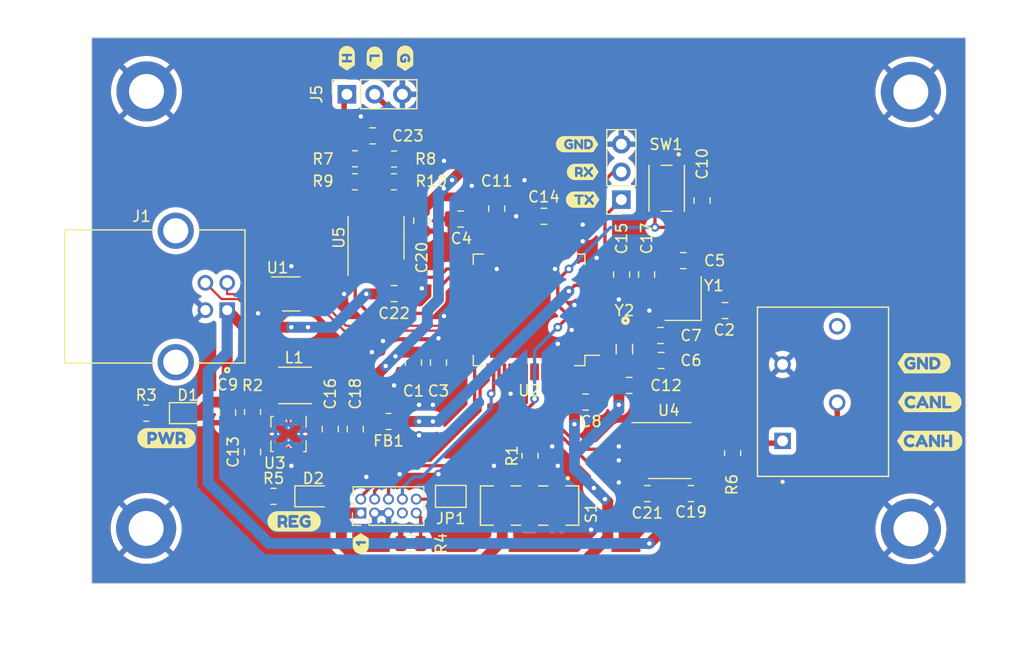
<source format=kicad_pcb>
(kicad_pcb (version 20221018) (generator pcbnew)
  (layers (0 "F.Cu" signal) (31 "B.Cu" signal) (34 "B.Paste" user) (35 "F.Paste" user) (36 "B.SilkS" user "B.Silkscreen") (37 "F.SilkS" user "F.Silkscreen") (38 "B.Mask" user) (39 "F.Mask" user) (44 "Edge.Cuts" user))
  (net 0 "")
  (net 1 "+3.3V")
  (net 2 "GND")
  (net 3 "Net-(U2-PH0)")
  (net 4 "Net-(U2-PH1)")
  (net 5 "Net-(U2-PC14)")
  (net 6 "Net-(U2-PC15)")
  (net 7 "+5V")
  (net 8 "NRST")
  (net 9 "Net-(U2-VCAP_1)")
  (net 10 "Net-(U3-EN)")
  (net 11 "VDDA")
  (net 12 "Net-(C23-Pad1)")
  (net 13 "Net-(D1-K)")
  (net 14 "Net-(D2-K)")
  (net 15 "USB_CONN_D-")
  (net 16 "USB_CONN_D+")
  (net 17 "/USART2_TX")
  (net 18 "/USART2_RX")
  (net 19 "/TMS{slash}SWDAT_PA13")
  (net 20 "/TCK{slash}SWCLK_PA14")
  (net 21 "/TDO{slash}SWO_PB3")
  (net 23 "/TDI_PA15")
  (net 24 "Net-(J3-GNDDetect)")
  (net 25 "/TRST_PB4")
  (net 26 "Net-(U4-CANH)")
  (net 27 "Net-(U4-CANL)")
  (net 28 "Net-(U3-L2)")
  (net 29 "Net-(U3-L1)")
  (net 30 "/B_SW")
  (net 31 "Net-(U2-BOOT0)")
  (net 34 "USB_D+")
  (net 35 "USB_D-")
  (net 53 "/CAN2_RX")
  (net 54 "/CAN2_TX")
  (net 71 "/CAN1_RX")
  (net 72 "/CAN1_TX")
  (net 75 "Net-(J5-Pin_1)")
  (net 76 "Net-(J5-Pin_2)")
  (footprint "LED_SMD:LED_0805_2012Metric" (layer "F.Cu") (at 178.7375 80.772)
    (fp_text reference "D1")
    (fp_text value "LED")
  )
  (footprint "connectors:UJ2-BH-1-TH" (layer "F.Cu") (at 182.34 71.334 -90)
    (fp_text reference "J1")
    (fp_text value "USB_B")
  )
  (footprint "MountingHole:MountingHole_3.2mm_M3_ISO14580_Pad_TopBottom" (layer "F.Cu") (at 244.92 91.37)
    (fp_text reference "H1" hide)
    (fp_text value "MountingHole_Pad")
  )
  (footprint "Capacitor_SMD:C_0805_2012Metric" (layer "F.Cu") (at 222.062 75.946)
    (fp_text reference "C6")
    (fp_text value "15pF")
  )
  (footprint "kibuzzard-6523D093" (layer "F.Cu") (at 214.884 58.674)
    (fp_text reference "kibuzzard-6523D093" hide)
    (fp_text value "G***" hide)
  )
  (footprint "Capacitor_SMD:C_0805_2012Metric" (layer "F.Cu") (at 225.806 61.295 90)
    (fp_text reference "C10")
    (fp_text value "100nF")
  )
  (footprint "Package_SO:SOIC-8_3.9x4.9mm_P1.27mm" (layer "F.Cu") (at 195.961 64.705 90)
    (fp_text reference "U5")
    (fp_text value "MCP2562-E-SN")
  )
  (footprint "Capacitor_SMD:C_0805_2012Metric" (layer "F.Cu") (at 182.372 80.706 -90)
    (fp_text reference "C9")
    (fp_text value "10uF")
  )
  (footprint "Jumper:SolderJumper-2_P1.3mm_Bridged_Pad1.0x1.5mm" (layer "F.Cu") (at 202.804 88.392)
    (fp_text reference "JP1")
    (fp_text value "~")
  )
  (footprint "connectors:1985218" (layer "F.Cu") (at 236.872 78.812 90)
    (fp_text reference "J4" hide)
    (fp_text value "1985218")
  )
  (footprint "Package_QFP:LQFP-64_10x10mm_P0.5mm" (layer "F.Cu") (at 209.971 71.312 180)
    (fp_text reference "U2")
    (fp_text value "STM32F412RGTx")
  )
  (footprint "Capacitor_SMD:C_0805_2012Metric" (layer "F.Cu") (at 215.138 79.756)
    (fp_text reference "C8")
    (fp_text value "100nF")
  )
  (footprint "kibuzzard-65247965" (layer "F.Cu") (at 193.294 48.26 -90)
    (fp_text reference "kibuzzard-65247965" hide)
    (fp_text value "G***" hide)
  )
  (footprint "kibuzzard-65247B4E" (layer "F.Cu") (at 176.784 83.058)
    (fp_text reference "kibuzzard-65247B4E" hide)
    (fp_text value "G***" hide)
  )
  (footprint "Capacitor_SMD:C_0805_2012Metric" (layer "F.Cu") (at 203.708 62.992 180)
    (fp_text reference "C4")
    (fp_text value "100nF")
  )
  (footprint "kibuzzard-65247981" (layer "F.Cu") (at 195.834 48.26 -90)
    (fp_text reference "kibuzzard-65247981" hide)
    (fp_text value "G***" hide)
  )
  (footprint "Resistor_SMD:R_0805_2012Metric" (layer "F.Cu") (at 210.058 84.6855 90)
    (fp_text reference "R1")
    (fp_text value "10K")
  )
  (footprint "kibuzzard-65247B46" (layer "F.Cu") (at 188.468 90.678)
    (fp_text reference "kibuzzard-65247B46" hide)
    (fp_text value "G***" hide)
  )
  (footprint "kibuzzard-65247988" (layer "F.Cu") (at 198.628 48.26 -90)
    (fp_text reference "kibuzzard-65247988" hide)
    (fp_text value "G***" hide)
  )
  (footprint "Capacitor_SMD:C_0805_2012Metric" (layer "F.Cu") (at 227.904 71.374)
    (fp_text reference "C2")
    (fp_text value "26pF")
  )
  (footprint "Capacitor_SMD:C_0805_2012Metric" (layer "F.Cu") (at 191.77 82.23 -90)
    (fp_text reference "C16")
    (fp_text value "10uF")
  )
  (footprint "Resistor_SMD:R_0805_2012Metric" (layer "F.Cu") (at 199.136 92.71 180)
    (fp_text reference "R4")
    (fp_text value "10K")
  )
  (footprint "tactile-switches:PTS810_SJM_250_SMTR_LFS" (layer "F.Cu") (at 222.563 60.17 -90)
    (fp_text reference "SW1")
    (fp_text value "PTS810_SJM_250_SMTR_LFS")
  )
  (footprint "Crystal:Crystal_SMD_3225-4Pin_3.2x2.5mm" (layer "F.Cu") (at 224.072 70.274 90)
    (fp_text reference "Y1")
    (fp_text value "Crystal_GND24")
  )
  (footprint "inductors:LQH3NPN2R2MJRL" (layer "F.Cu") (at 188.552 78.232 180)
    (fp_text reference "L1")
    (fp_text value "2.2uH")
  )
  (footprint "Resistor_SMD:R_0805_2012Metric" (layer "F.Cu") (at 194.0185 57.47)
    (fp_text reference "R7")
    (fp_text value "120")
  )
  (footprint "Package_SON:Texas_DRC0010J_ThermalVias" (layer "F.Cu") (at 187.952 82.68 -90)
    (fp_text reference "U3")
    (fp_text value "TPS63001")
  )
  (footprint "kibuzzard-6524744D" (layer "F.Cu") (at 194.564 92.71 90)
    (fp_text reference "kibuzzard-6524744D" hide)
    (fp_text value "G***" hide)
  )
  (footprint "Connector_PinSocket_2.54mm:PinSocket_1x03_P2.54mm_Vertical" (layer "F.Cu") (at 193.294 51.562 90)
    (fp_text reference "J5")
    (fp_text value "Conn_01x03_Pin")
  )
  (footprint "Connector_PinSocket_2.54mm:PinSocket_1x03_P2.54mm_Vertical" (layer "F.Cu") (at 218.415 61.214 180)
    (fp_text reference "J2" hide)
    (fp_text value "Conn_01x03_Pin")
  )
  (footprint "Resistor_SMD:R_0805_2012Metric" (layer "F.Cu") (at 194.0285 59.58)
    (fp_text reference "R9")
    (fp_text value "120")
  )
  (footprint "Connector_PinHeader_1.27mm:PinHeader_2x05_P1.27mm_Vertical" (layer "F.Cu") (at 194.564 89.916 90)
    (fp_text reference "J3" hide)
    (fp_text value "Conn_ARM_JTAG_SWD_10")
  )
  (footprint "Capacitor_SMD:C_0805_2012Metric" (layer "F.Cu") (at 194.056 82.23 -90)
    (fp_text reference "C18")
    (fp_text value "10uF")
  )
  (footprint "Resistor_SMD:R_0805_2012Metric" (layer "F.Cu") (at 228.6 84.4315 -90)
    (fp_text reference "R6")
    (fp_text value "120")
  )
  (footprint "Capacitor_SMD:C_0805_2012Metric" (layer "F.Cu") (at 207.01 62.042 90)
    (fp_text reference "C11")
    (fp_text value "4.7uF")
  )
  (footprint "kibuzzard-6523D08B" (layer "F.Cu") (at 214.884 61.214)
    (fp_text reference "kibuzzard-6523D08B" hide)
    (fp_text value "G***" hide)
  )
  (footprint "Resistor_SMD:R_0805_2012Metric" (layer "F.Cu") (at 184.658 80.6685 90)
    (fp_text reference "R2")
    (fp_text value "100")
  )
  (footprint "kibuzzard-652479B8" (layer "F.Cu") (at 246.634 79.756)
    (fp_text reference "kibuzzard-652479B8" hide)
    (fp_text value "G***" hide)
  )
  (footprint "Resistor_SMD:R_0805_2012Metric" (layer "F.Cu") (at 197.5985 59.58)
    (fp_text reference "R10")
    (fp_text value "120")
  )
  (footprint "Capacitor_SMD:C_0805_2012Metric" (layer "F.Cu") (at 219.136 78.232)
    (fp_text reference "C12")
    (fp_text value "100nF")
  )
  (footprint "Resistor_SMD:R_0805_2012Metric" (layer "F.Cu") (at 186.5865 88.392)
    (fp_text reference "R5")
    (fp_text value "1K")
  )
  (footprint "Package_SO:SOIC-8_3.9x4.9mm_P1.27mm" (layer "F.Cu") (at 222.823 84.201)
    (fp_text reference "U4")
    (fp_text value "MCP2562-E-SN")
  )
  (footprint "MountingHole:MountingHole_3.2mm_M3_ISO14580_Pad_TopBottom" (layer "F.Cu") (at 174.92 91.33)
    (fp_text reference "H4" hide)
    (fp_text value "MountingHole_Pad")
  )
  (footprint "Package_TO_SOT_SMD:SOT-23-6" (layer "F.Cu") (at 188.214 69.85)
    (fp_text reference "U1")
    (fp_text value "USBLC6-2SC6")
  )
  (footprint "Resistor_SMD:R_0805_2012Metric" (layer "F.Cu") (at 197.104 81.534 180)
    (fp_text reference "FB1")
    (fp_text value "FerriteBead_Small")
  )
  (footprint "Capacitor_SMD:C_0805_2012Metric" (layer "F.Cu") (at 224.094 66.802)
    (fp_text reference "C5")
    (fp_text value "26pF")
  )
  (footprint "Capacitor_SMD:C_0805_2012Metric" (layer "F.Cu") (at 211.328 62.738 180)
    (fp_text reference "C14")
    (fp_text value "100nF")
  )
  (footprint "MountingHole:MountingHole_3.2mm_M3_ISO14580_Pad_TopBottom" (layer "F.Cu") (at 174.95 51.3)
    (fp_text reference "H3" hide)
    (fp_text value "MountingHole_Pad")
  )
  (footprint "Capacitor_SMD:C_0805_2012Metric" (layer "F.Cu") (at 220.726 68.072 90)
    (fp_text reference "C17")
    (fp_text value "1uF")
  )
  (footprint "Capacitor_SMD:C_0805_2012Metric" (layer "F.Cu") (at 218.44 68.072 90)
    (fp_text reference "C15")
    (fp_text value "10nF")
  )
  (footprint "Capacitor_SMD:C_0805_2012Metric" (layer "F.Cu") (at 197.612 69.822)
    (fp_text reference "C22")
    (fp_text value "0.1uF")
  )
  (footprint "kibuzzard-6523D09A" (layer "F.Cu") (at 214.376 56.134)
    (fp_text reference "kibuzzard-6523D09A" hide)
    (fp_text value "G***" hide)
  )
  (footprint "crystals:ECS-.327-12.5-34R-C-TR" (layer "F.Cu") (at 218.694 74.895 -90)
    (fp_text reference "Y2")
    (fp_text value "ECS-.327-12.5-34R-C-TR")
  )
  (footprint "Capacitor_SMD:C_0805_2012Metric" (layer "F.Cu") (at 195.646 55.372 180)
    (fp_text reference "C23")
    (fp_text value "4.7nF")
  )
  (footprint "LED_SMD:LED_0805_2012Metric" (layer "F.Cu") (at 190.221 88.392)
    (fp_text reference "D2")
    (fp_text value "LED")
  )
  (footprint "Capacitor_SMD:C_0805_2012Metric" (layer "F.Cu") (at 201.676 76.134 -90)
    (fp_text reference "C3")
    (fp_text value "100nF")
  )
  (footprint "switches:JS202011JCQN" (layer "F.Cu") (at 210.018 89.2345 -90)
    (fp_text reference "S1")
    (fp_text value "JS202011JCQN")
  )
  (footprint "Capacitor_SMD:C_0805_2012Metric" (layer "F.Cu") (at 221.996 73.66)
    (fp_text reference "C7")
    (fp_text value "15pF")
  )
  (footprint "Resistor_SMD:R_0805_2012Metric" (layer "F.Cu") (at 174.9275 80.772)
    (fp_text reference "R3")
    (fp_text value "1K")
  )
  (footprint "Capacitor_SMD:C_0805_2012Metric" (layer "F.Cu") (at 200.152 63.152 -90)
    (fp_text reference "C20")
    (fp_text value "0.1uF")
  )
  (footprint "Resistor_SMD:R_0805_2012Metric" (layer "F.Cu") (at 197.6085 57.49)
    (fp_text reference "R8")
    (fp_text value "120")
  )
  (footprint "Capacitor_SMD:C_0805_2012Metric" (layer "F.Cu") (at 220.792 88.138 180)
    (fp_text reference "C21")
    (fp_text value "0.1uF")
  )
  (footprint "kibuzzard-6524799E" (layer "F.Cu") (at 246.126 76.2)
    (fp_text reference "kibuzzard-6524799E" hide)
    (fp_text value "G***" hide)
  )
  (footprint "MountingHole:MountingHole_3.2mm_M3_ISO14580_Pad_TopBottom" (layer "F.Cu") (at 244.91 51.35)
    (fp_text reference "H2" hide)
    (fp_text value "MountingHole_Pad")
  )
  (footprint "Capacitor_SMD:C_0805_2012Metric" (layer "F.Cu") (at 184.658 84.328 -90)
    (fp_text reference "C13")
    (fp_text value "100nF")
  )
  (footprint "Capacitor_SMD:C_0805_2012Metric" (layer "F.Cu") (at 199.39 76.134 -90)
    (fp_text reference "C1")
    (fp_text value "4.7uF")
  )
  (footprint "kibuzzard-652479A8" (layer "F.Cu") (at 246.634 83.312)
    (fp_text reference "kibuzzard-652479A8" hide)
    (fp_text value "G***" hide)
  )
  (footprint "Capacitor_SMD:C_0805_2012Metric" (layer "F.Cu") (at 224.79 88.138 180)
    (fp_text reference "C19")
    (fp_text value "0.1uF")
  )
  (gr_rect (start 169.936 46.374) (end 249.936 96.374) (stroke (width 0.1)) (fill none) (layer "Edge.Cuts"))
  (segment (start 196.1915 81.534) (end 196.1915 77.1125) (width 1) (layer "F.Cu") (net 1))
  (segment (start 216.916 88.646) (end 215.9 87.63) (width 1) (layer "F.Cu") (net 1))
  (segment (start 213.868 79.436) (end 213.868 78.74) (width 1) (layer "F.Cu") (net 1))
  (segment (start 188.952 80.876016) (end 189.310016 80.518) (width 0.35) (layer "F.Cu") (net 1))
  (segment (start 216.54 75.062) (end 216.662 75.184) (width 0.3) (layer "F.Cu") (net 1))
  (segment (start 218.186 79.248) (end 218.186 78.232) (width 1) (layer "F.Cu") (net 1))
  (segment (start 217.297 77.851) (end 216.789 77.343) (width 1) (layer "F.Cu") (net 1))
  (segment (start 188.952 81.28) (end 188.952 80.876016) (width 0.35) (layer "F.Cu") (net 1))
  (segment (start 225.806 86.614) (end 225.298 86.106) (width 1) (layer "F.Cu") (net 1))
  (segment (start 212.721 63.181) (end 212.278 62.738) (width 0.3) (layer "F.Cu") (net 1))
  (segment (start 204.658 63.18) (end 204.658 62.992) (width 0.3) (layer "F.Cu") (net 1))
  (segment (start 206.221 65.637) (end 206.221 64.743) (width 0.3) (layer "F.Cu") (net 1))
  (segment (start 192.786 87.122) (end 192.786 88.392) (width 1) (layer "F.Cu") (net 1))
  (segment (start 212.721 65.637) (end 212.721 63.181) (width 0.3) (layer "F.Cu") (net 1))
  (segment (start 188.952 84.558) (end 189.23 84.836) (width 0.35) (layer "F.Cu") (net 1))
  (segment (start 210.058 94.488) (end 214.884 94.488) (width 1) (layer "F.Cu") (net 1))
  (segment (start 198.12 75.184) (end 199.39 75.184) (width 1) (layer "F.Cu") (net 1))
  (segment (start 210.058 57.912) (end 212.278 60.132) (width 1) (layer "F.Cu") (net 1))
  (segment (start 217.17 92.202) (end 217.17 88.9) (width 1) (layer "F.Cu") (net 1))
  (segment (start 218.186 79.248) (end 218.186 78.74) (width 1) (layer "F.Cu") (net 1))
  (segment (start 204.658 61.402) (end 204.658 62.992) (width 0.8) (layer "F.Cu") (net 1))
  (segment (start 189.310016 80.518) (end 189.992 80.518) (width 0.35) (layer "F.Cu") (net 1))
  (segment (start 212.278 60.132) (end 212.278 62.738) (width 1) (layer "F.Cu") (net 1))
  (segment (start 194.056 81.28) (end 190.754 81.28) (width 1) (layer "F.Cu") (net 1))
  (segment (start 190.246 84.328) (end 190.246 81.788) (width 0.35) (layer "F.Cu") (net 1))
  (segment (start 194.056 81.28) (end 195.9375 81.28) (width 1) (layer "F.Cu") (net 1))
  (segment (start 200.152 62.202) (end 202.17 60.184) (width 1) (layer "F.Cu") (net 1))
  (segment (start 196.1915 81.534) (end 196.1915 83.7165) (width 1) (layer "F.Cu") (net 1))
  (segment (start 190.754 81.28) (end 189.992 80.518) (width 1) (layer "F.Cu") (net 1))
  (segment (start 214.122 79.822) (end 214.188 79.756) (width 1) (layer "F.Cu") (net 1))
  (segment (start 205.486 94.488) (end 207.518 92.456) (width 1) (layer "F.Cu") (net 1))
  (segment (start 189.738 84.836) (end 190.246 84.328) (width 0.35) (layer "F.Cu") (net 1))
  (segment (start 218.186 78.74) (end 217.297 77.851) (width 1) (layer "F.Cu") (net 1))
  (segment (start 217.678 78.232) (end 217.297 77.851) (width 1) (layer "F.Cu") (net 1))
  (segment (start 189.23 84.836) (end 189.738 84.836) (width 0.35) (layer "F.Cu") (net 1))
  (segment (start 214.884 94.488) (end 217.17 92.202) (width 1) (layer "F.Cu") (net 1))
  (segment (start 192.786 92.71) (end 194.564 94.488) (width 1) (layer "F.Cu") (net 1))
  (segment (start 218.186 80.01) (end 218.186 79.248) (width 1) (layer "F.Cu") (net 1))
  (segment (start 188.952 84.08) (end 188.952 84.558) (width 0.35) (layer "F.Cu") (net 1))
  (segment (start 218.186 78.232) (end 217.678 78.232) (width 1) (layer "F.Cu") (net 1))
  (segment (start 199.39 75.184) (end 201.676 75.184) (width 1) (layer "F.Cu") (net 1))
  (segment (start 217.17 88.9) (end 216.916 88.646) (width 1) (layer "F.Cu") (net 1))
  (segment (start 201.676 75.184) (end 202.57 75.184) (width 0.8) (layer "F.Cu") (net 1))
  (segment (start 216.662 77.216) (end 216.789 77.343) (width 0.3) (layer "F.Cu") (net 1))
  (segment (start 201.394 60.96) (end 204.216 60.96) (width 0.8) (layer "F.Cu") (net 1))
  (segment (start 222.758 94.488) (end 225.806 91.44) (width 1) (layer "F.Cu") (net 1))
  (segment (start 197.866 62.23) (end 200.124 62.23) (width 0.8) (layer "F.Cu") (net 1))
  (segment (start 225.806 91.44) (end 225.806 86.614) (width 1) (layer "F.Cu") (net 1))
  (segment (start 206.221 64.743) (end 204.658 63.18) (width 0.3) (layer "F.Cu") (net 1))
  (segment (start 204.296 75.062) (end 202.692 75.062) (width 0.3) (layer "F.Cu") (net 1))
  (segment (start 202.932 59.422) (end 204.442 57.912) (width 1) (layer "F.Cu") (net 1))
  (segment (start 194.564 94.488) (end 205.486 94.488) (width 1) (layer "F.Cu") (net 1))
  (segment (start 196.1915 77.1125) (end 196.85 76.454) (width 1) (layer "F.Cu") (net 1))
  (segment (start 205.486 94.488) (end 210.058 94.488) (width 1) (layer "F.Cu") (net 1))
  (segment (start 216.662 75.184) (end 216.662 77.216) (width 0.3) (layer "F.Cu") (net 1))
  (segment (start 194.056 89.916) (end 194.564 89.916) (width 1) (layer "F.Cu") (net 1))
  (segment (start 202.57 75.184) (end 202.692 75.062) (width 0.8) (layer "F.Cu") (net 1))
  (segment (start 200.152 62.202) (end 201.394 60.96) (width 0.8) (layer "F.Cu") (net 1))
  (segment (start 202.17 60.184) (end 202.932 59.422) (width 1) (layer "F.Cu") (net 1))
  (segment (start 215.646 75.062) (end 216.54 75.062) (width 0.3) (layer "F.Cu") (net 1))
  (segment (start 200.124 62.23) (end 200.152 62.202) (width 0.8) (layer "F.Cu") (net 1))
  (segment (start 204.442 57.912) (end 210.058 57.912) (width 1) (layer "F.Cu") (net 1))
  (segment (start 207.518 92.456) (end 207.518 88.0345) (width 1) (layer "F.Cu") (net 1))
  (segment (start 204.216 60.96) (end 204.658 61.402) (width 0.8) (layer "F.Cu") (net 1))
  (segment (start 192.786 89.408) (end 193.294 89.916) (width 1) (layer "F.Cu") (net 1))
  (segment (start 213.721 78.593) (end 213.868 78.74) (width 0.3) (layer "F.Cu") (net 1))
  (segment (start 214.188 79.756) (end 213.868 79.436) (width 1) (layer "F.Cu") (net 1))
  (segment (start 191.1585 88.392) (end 192.786 88.392) (width 1) (layer "F.Cu") (net 1))
  (segment (start 210.058 94.488) (end 222.758 94.488) (width 1) (layer "F.Cu") (net 1))
  (segment (start 196.1915 83.7165) (end 192.786 87.122) (width 1) (layer "F.Cu") (net 1))
  (segment (start 192.786 88.392) (end 192.786 89.408) (width 1) (layer "F.Cu") (net 1))
  (segment (start 192.786 88.392) (end 192.786 92.71) (width 1) (layer "F.Cu") (net 1))
  (segment (start 197.739 75.565) (end 198.12 75.184) (width 1) (layer "F.Cu") (net 1))
  (segment (start 193.294 89.916) (end 194.056 89.916) (width 1) (layer "F.Cu") (net 1))
  (segment (start 195.9375 81.28) (end 196.1915 81.534) (width 1) (layer "F.Cu") (net 1))
  (segment (start 190.246 81.788) (end 190.754 81.28) (width 0.35) (layer "F.Cu") (net 1))
  (segment (start 213.721 76.987) (end 213.721 78.593) (width 0.3) (layer "F.Cu") (net 1))
  (segment (start 214.122 81.788) (end 214.122 79.822) (width 1) (layer "F.Cu") (net 1))
  (via (at 214.122 81.788) (size 0.8) (drill 0.4) (layers "F.Cu" "B.Cu") (net 1))
  (via (at 215.9 87.63) (size 0.8) (drill 0.4) (layers "F.Cu" "B.Cu") (net 1))
  (via (at 218.186 80.01) (size 0.8) (drill 0.4) (layers "F.Cu" "B.Cu") (net 1))
  (via (at 197.739 75.565) (size 0.8) (drill 0.4) (layers "F.Cu" "B.Cu") (net 1))
  (via (at 202.932 59.422) (size 0.8) (drill 0.4) (layers "F.Cu" "B.Cu") (net 1))
  (via (at 202.17 60.184) (size 0.8) (drill 0.4) (layers "F.Cu" "B.Cu") (net 1))
  (via (at 216.916 88.646) (size 0.8) (drill 0.4) (layers "F.Cu" "B.Cu") (net 1))
  (via (at 196.85 76.454) (size 0.8) (drill 0.4) (layers "F.Cu" "B.Cu") (net 1))
  (segment (start 196.85 76.454) (end 197.739 75.565) (width 1) (layer "B.Cu") (net 1))
  (segment (start 201.676 70.358) (end 201.676 60.678) (width 1) (layer "B.Cu") (net 1))
  (segment (start 202.17 60.184) (end 202.932 59.422) (width 1) (layer "B.Cu") (net 1))
  (segment (start 214.122 84.582) (end 216.408 82.296) (width 1) (layer "B.Cu") (net 1))
  (segment (start 214.122 83.058) (end 214.122 81.788) (width 1) (layer "B.Cu") (net 1))
  (segment (start 218.186 80.518) (end 218.186 80.01) (width 1) (layer "B.Cu") (net 1))
  (segment (start 214.122 84.836) (end 214.122 83.058) (width 1) (layer "B.Cu") (net 1))
  (segment (start 214.122 84.836) (end 214.122 84.582) (width 1) (layer "B.Cu") (net 1))
  (segment (start 197.739 75.565) (end 200.66 72.644) (width 1) (layer "B.Cu") (net 1))
  (segment (start 216.408 82.296) (end 218.186 80.518) (width 1) (layer "B.Cu") (net 1))
  (segment (start 200.66 72.644) (end 200.66 71.374) (width 1) (layer "B.Cu") (net 1))
  (segment (start 214.122 85.852) (end 214.122 84.836) (width 1) (layer "B.Cu") (net 1))
  (segment (start 216.916 88.646) (end 214.122 85.852) (width 1) (layer "B.Cu") (net 1))
  (segment (start 201.676 60.678) (end 202.17 60.184) (width 1) (layer "B.Cu") (net 1))
  (segment (start 200.66 71.374) (end 201.676 70.358) (width 1) (layer "B.Cu") (net 1))
  (segment (start 206.721 67.275) (end 207.01 67.564) (width 0.3) (layer "F.Cu") (net 2))
  (segment (start 214.176894 63.5) (end 214.884 63.5) (width 0.3) (layer "F.Cu") (net 2))
  (segment (start 213.221 65.637) (end 213.221 64.455894) (width 0.3) (layer "F.Cu") (net 2))
  (segment (start 188.452 83.401447) (end 188.305553 83.255) (width 0.2) (layer "F.Cu") (net 2))
  (segment (start 187.0765 69.85) (end 187.706 69.85) (width 0.3) (layer "F.Cu") (net 2))
  (segment (start 216.628 69.562) (end 216.916 69.85) (width 0.3) (layer "F.Cu") (net 2))
  (segment (start 217.424 70.358) (end 218.186 70.358) (width 0.3) (layer "F.Cu") (net 2))
  (segment (start 187.706 69.85) (end 188.214 69.342) (width 0.3) (layer "F.Cu") (net 2))
  (segment (start 203.25266 74.562) (end 202.60466 73.914) (width 0.3) (layer "F.Cu") (net 2))
  (segment (start 215.646 69.562) (end 216.628 69.562) (width 0.3) (layer "F.Cu") (net 2))
  (segment (start 188.214 85.312) (end 188.214 85.598) (width 0.2) (layer "F.Cu") (net 2))
  (segment (start 187.952 81.28) (end 187.952 82.105) (width 0.2) (layer "F.Cu") (net 2))
  (segment (start 216.916 69.85) (end 217.424 70.358) (width 0.3) (layer "F.Cu") (net 2))
  (segment (start 188.214 69.342) (end 188.214 67.31) (width 0.3) (layer "F.Cu") (net 2))
  (segment (start 188.452 84.08) (end 188.452 85.074) (width 0.2) (layer "F.Cu") (net 2))
  (segment (start 188.452 84.08) (end 188.452 83.401447) (width 0.2) (layer "F.Cu") (net 2))
  (segment (start 188.452 85.074) (end 188.214 85.312) (width 0.2) (layer "F.Cu") (net 2))
  (segment (start 223.222 71.374) (end 220.98 71.374) (width 1) (layer "F.Cu") (net 2))
  (segment (start 206.721 65.637) (end 206.721 67.275) (width 0.3) (layer "F.Cu") (net 2))
  (segment (start 202.60466 73.914) (end 201.676 73.914) (width 0.3) (layer "F.Cu") (net 2))
  (segment (start 213.221 64.455894) (end 214.176894 63.5) (width 0.3) (layer "F.Cu") (net 2))
  (segment (start 213.221 76.987) (end 213.221 75.045) (width 0.3) (layer "F.Cu") (net 2))
  (segment (start 213.221 75.045) (end 212.598 74.422) (width 0.3) (layer "F.Cu") (net 2))
  (segment (start 204.296 74.562) (end 203.25266 74.562) (width 0.3) (layer "F.Cu") (net 2))
  (segment (start 188.305553 83.255) (end 187.952 83.255) (width 0.2) (layer "F.Cu") (net 2))
  (via (at 198.12 86.36) (size 0.8) (drill 0.4) (layers "F.Cu" "B.Cu") (net 2))
  (via (at 202.184 57.658) (size 0.8) (drill 0.4) (layers "F.Cu" "B.Cu") (net 2))
  (via (at 213.868 73.152) (size 0.8) (drill 0.4) (layers "F.Cu" "B.Cu") (net 2))
  (via (at 195.58 75.184) (size 0.8) (drill 0.4) (layers "F.Cu" "B.Cu") (net 2))
  (via (at 214.884 65.024) (size 0.8) (drill 0.4) (layers "F.Cu" "B.Cu") (net 2))
  (via (at 214.122 70.866) (size 0.8) (drill 0.4) (layers "F.Cu" "B.Cu") (net 2))
  (via (at 208.788 62.738) (size 0.8) (drill 0.4) (layers "F.Cu" "B.Cu") (net 2))
  (via (at 197.612 78.232) (size 0.8) (drill 0.4) (layers "F.Cu" "B.Cu") (net 2))
  (via (at 195.072 86.614) (size 0.8) (drill 0.4) (layers "F.Cu" "B.Cu") (net 2))
  (via (at 218.186 85.09) (size 0.8) (drill 0.4) (layers "F.Cu" "B.Cu") (net 2))
  (via (at 214.884 63.5) (size 0.8) (drill 0.4) (layers "F.Cu" "B.Cu") (net 2))
  (via (at 215.646 91.44) (size 0.8) (drill 0.4) (layers "F.Cu" "B.Cu") (net 2))
  (via (at 199.898 82.804) (size 0.8) (drill 0.4) (layers "F.Cu" "B.Cu") (net 2))
  (via (at 201.676 73.914) (size 0.8) (drill 0.4) (layers "F.Cu" "B.Cu") (net 2))
  (via (at 212.598 74.422) (size 0.8) (drill 0.4) (layers "F.Cu" "B.Cu") (net 2))
  (via (at 208.28 78.994) (size 0.8) (drill 0.4) (layers "F.Cu" "B.Cu") (net 2))
  (via (at 218.186 83.82) (size 0.8) (drill 0.4) (layers "F.Cu" "B.Cu") (net 2))
  (via (at 216.154 66.548) (size 0.8) (drill 0.4) (layers "F.Cu" "B.Cu") (net 2))
  (via (at 196.596 74.168) (size 0.8) (drill 0.4) (layers "F.Cu" "B.Cu") (net 2))
  (via (at 201.676 86.36) (size 0.8) (drill 0.4) (layers "F.Cu" "B.Cu") (net 2))
  (via (at 218.186 87.122) (size 0.8) (drill 0.4) (layers "F.Cu" "B.Cu") (net 2))
  (via (at 207.01 67.564) (size 0.8) (drill 0.4) (layers "F.Cu" "B.Cu") (net 2))
  (via (at 212.598 85.598) (size 0.8) (drill 0.4) (layers "F.Cu" "B.Cu") (net 2))
  (via (at 202.184 71.882) (size 0.8) (drill 0.4) (layers "F.Cu" "B.Cu") (net 2))
  (via (at 188.214 85.598) (size 0.8) (drill 0.4) (layers "F.Cu" "B.Cu") (net 2))
  (via (at 194.564 53.594) (size 0.8) (drill 0.4) (layers "F.Cu" "B.Cu") (net 2))
  (via (at 199.898 80.01) (size 0.8) (drill 0.4) (layers "F.Cu" "B.Cu") (net 2))
  (via (at 209.55 59.436) (size 0.8) (drill 0.4) (layers "F.Cu" "B.Cu") (net 2))
  (via (at 185.166 71.628) (size 0.8) (drill 0.4) (layers "F.Cu" "B.Cu") (net 2))
  (via (at 204.724 59.944) (size 0.8) (drill 0.4) (layers "F.Cu" "B.Cu") (net 2))
  (via (at 188.214 67.31) (size 0.8) (drill 0.4) (layers "F.Cu" "B.Cu") (net 2))
  (via (at 212.09 83.82) (size 0.8) (drill 0.4) (layers "F.Cu" "B.Cu") (net 2))
  (via (at 220.98 71.374) (size 0.8) (drill 0.4) (layers "F.Cu" "B.Cu") (net 2))
  (via (at 193.04 69.85) (size 0.8) (drill 0.4) (layers "F.Cu" "B.Cu") (net 2))
  (via (at 200.152 69.342) (size 0.8) (drill 0.4) (layers "F.Cu" "B.Cu") (net 2))
  (via (at 218.186 70.358) (size 0.8) (drill 0.4) (layers "F.Cu" "B.Cu") (net 2))
  (via (at 206.756 85.598) (size 0.8) (drill 0.4) (layers "F.Cu" "B.Cu") (net 2))
  (via (at 212.344 67.564) (size 0.8) (drill 0.4) (layers "F.Cu" "B.Cu") (net 2))
  (via (at 201.168 80.01) (size 0.8) (drill 0.4) (layers "F.Cu" "B.Cu") (net 2))
  (segment (start 224.922 71.474) (end 224.922 71.374) (width 0.3) (layer "F.Cu") (net 3))
  (segment (start 217.229 72.585) (end 223.811 72.585) (width 0.3) (layer "F.Cu") (net 3))
  (segment (start 224.922 71.374) (end 226.954 71.374) (width 0.3) (layer "F.Cu") (net 3))
  (segment (start 223.811 72.585) (end 224.922 71.474) (width 0.3) (layer "F.Cu") (net 3))
  (segment (start 216.752 73.062) (end 217.229 72.585) (width 0.3) (layer "F.Cu") (net 3))
  (segment (start 215.646 73.062) (end 216.752 73.062) (width 0.3) (layer "F.Cu") (net 3))
  (segment (start 222.038 70.358) (end 223.222 69.174) (width 0.3) (layer "F.Cu") (net 4))
  (segment (start 223.222 66.88) (end 223.144 66.802) (width 0.3) (layer "F.Cu") (net 4))
  (segment (start 218.948 71.374) (end 219.964 70.358) (width 0.3) (layer "F.Cu") (net 4))
  (segment (start 216.522041 72.562) (end 217.710041 71.374) (width 0.3) (layer "F.Cu") (net 4))
  (segment (start 219.964 70.358) (end 222.038 70.358) (width 0.3) (layer "F.Cu") (net 4))
  (segment (start 217.710041 71.374) (end 218.948 71.374) (width 0.3) (layer "F.Cu") (net 4))
  (segment (start 223.222 69.174) (end 223.222 66.88) (width 0.3) (layer "F.Cu") (net 4))
  (segment (start 215.646 72.562) (end 216.522041 72.562) (width 0.3) (layer "F.Cu") (net 4))
  (segment (start 216.81 74.062) (end 218.694 75.946) (width 0.3) (layer "F.Cu") (net 5))
  (segment (start 220.913 76.145) (end 221.112 75.946) (width 0.3) (layer "F.Cu") (net 5))
  (segment (start 218.694 76.145) (end 220.913 76.145) (width 0.3) (layer "F.Cu") (net 5))
  (segment (start 215.646 74.062) (end 216.81 74.062) (width 0.3) (layer "F.Cu") (net 5))
  (segment (start 218.694 75.946) (end 218.694 76.145) (width 0.3) (layer "F.Cu") (net 5))
  (segment (start 220.948 73.562) (end 221.046 73.66) (width 0.3) (layer "F.Cu") (net 6))
  (segment (start 215.646 73.562) (end 220.948 73.562) (width 0.3) (layer "F.Cu") (net 6))
  (segment (start 188.214 71.374) (end 188.214 70.358) (width 0.3) (layer "F.Cu") (net 7))
  (segment (start 186.69 72.898) (end 188.214 71.374) (width 0.3) (layer "F.Cu") (net 7))
  (segment (start 196.634 69.85) (end 196.662 69.822) (width 1) (layer "F.Cu") (net 7))
  (segment (start 188.722 69.85) (end 189.3515 69.85) (width 0.3) (layer "F.Cu") (net 7))
  (segment (start 196.596 69.756) (end 196.662 69.822) (width 0.8) (layer "F.Cu") (net 7))
  (segment (start 183.904 72.898) (end 186.69 72.898) (width 1) (layer "F.Cu") (net 7))
  (segment (start 222.504 85.598) (end 221.742 84.836) (width 0.5) (layer "F.Cu") (net 7))
  (segment (start 180.691 79.756) (end 182.372 79.756) (width 1) (layer "F.Cu") (net 7))
  (segment (start 182.34 71.334) (end 183.904 72.898) (width 1) (layer "F.Cu") (net 7))
  (segment (start 182.34 79.724) (end 182.372 79.756) (width 1) (layer "F.Cu") (net 7))
  (segment (start 195.072 69.85) (end 196.634 69.85) (width 1) (layer "F.Cu") (net 7))
  (segment (start 186.182 80.264) (end 186.952 81.034) (width 0.35) (layer "F.Cu") (net 7))
  (segment (start 185.674 79.756) (end 186.182 80.264) (width 1) (layer "F.Cu") (net 7))
  (segment (start 221.742 84.836) (end 220.348 84.836) (width 0.5) (layer "F.Cu") (net 7))
  (segment (start 221.742 91.948) (end 221.742 88.138) (width 1) (layer "F.Cu") (net 7))
  (segment (start 186.952 81.034) (end 186.952 81.28) (width 0.35) (layer "F.Cu") (net 7))
  (segment (start 182.34 71.334) (end 182.34 79.724) (width 1) (layer "F.Cu") (net 7))
  (segment (start 220.98 92.71) (end 221.742 91.948) (width 1) (layer "F.Cu") (net 7))
  (segment (start 179.675 80.772) (end 180.691 79.756) (width 1) (layer "F.Cu") (net 7))
  (segment (start 188.214 72.898) (end 186.69 72.898) (width 1) (layer "F.Cu") (net 7))
  (segment (start 189.738 72.898) (end 188.214 72.898) (width 1) (layer "F.Cu") (net 7))
  (segment (start 196.596 67.18) (end 196.596 69.756) (width 0.8) (layer "F.Cu") (net 7))
  (segment (start 188.214 70.358) (end 188.722 69.85) (width 0.3) (layer "F.Cu") (net 7))
  (segment (start 182.372 79.756) (end 184.658 79.756) (width 1) (layer "F.Cu") (net 7))
  (segment (start 221.742 88.138) (end 222.504 87.376) (width 0.5) (layer "F.Cu") (net 7))
  (segment (start 184.658 79.756) (end 185.674 79.756) (width 1) (layer "F.Cu") (net 7))
  (segment (start 222.504 87.376) (end 222.504 85.598) (width 0.5) (layer "F.Cu") (net 7))
  (via (at 188.214 72.898) (size 0.8) (drill 0.4) (layers "F.Cu" "B.Cu") (net 7))
  (via (at 220.98 92.71) (size 0.8) (drill 0.4) (layers "F.Cu" "B.Cu") (net 7))
  (via (at 195.072 69.85) (size 0.8) (drill 0.4) (layers "F.Cu" "B.Cu") (net 7))
  (via (at 189.738 72.898) (size 0.8) (drill 0.4) (layers "F.Cu" "B.Cu") (net 7))
  (segment (start 183.896 90.424) (end 186.182 92.71) (width 1) (layer "B.Cu") (net 7))
  (segment (start 189.738 72.898) (end 188.214 72.898) (width 1) (layer "B.Cu") (net 7))
  (segment (start 186.182 92.71) (end 204.47 92.71) (width 1) (layer "B.Cu") (net 7))
  (segment (start 182.34 71.334) (end 182.34 75.216) (width 1) (layer "B.Cu") (net 7))
  (segment (start 192.024 72.898) (end 189.738 72.898) (width 1) (layer "B.Cu") (net 7))
  (segment (start 204.47 92.71) (end 220.98 92.71) (width 1) (layer "B.Cu") (net 7))
  (segment (start 182.34 75.216) (end 180.594 76.962) (width 1) (layer "B.Cu") (net 7))
  (segment (start 180.594 87.122) (end 183.896 90.424) (width 1) (layer "B.Cu") (net 7))
  (segment (start 180.594 76.962) (end 180.594 87.122) (width 1) (layer "B.Cu") (net 7))
  (segment (start 192.278 72.644) (end 192.024 72.898) (width 1) (layer "B.Cu") (net 7))
  (segment (start 192.278 72.644) (end 195.072 69.85) (width 1) (layer "B.Cu") (net 7))
  (segment (start 212.598 70.866) (end 212.598 68.58) (width 0.3) (layer "F.Cu") (net 8))
  (segment (start 213.36 71.988) (end 213.434 72.062) (width 0.3) (layer "F.Cu") (net 8))
  (segment (start 212.598 72.898) (end 213.434 72.062) (width 0.3) (layer "F.Cu") (net 8))
  (segment (start 204.669106 85.543106) (end 210.4705 79.741712) (width 0.3) (layer "F.Cu") (net 8))
  (segment (start 215.646 72.062) (end 213.794 72.062) (width 0.3) (layer "F.Cu") (net 8))
  (segment (start 225.298 63.754) (end 225.806 63.246) (width 0.3) (layer "F.Cu") (net 8))
  (segment (start 212.598 68.58) (end 213.614 67.564) (width 0.3) (layer "F.Cu") (net 8))
  (segment (start 221.488 63.754) (end 225.298 63.754) (width 0.3) (layer "F.Cu") (net 8))
  (segment (start 213.36 71.628) (end 212.598 70.866) (width 0.3) (layer "F.Cu") (net 8))
  (segment (start 203.454 88.392) (end 203.454 86.758212) (width 0.3) (layer "F.Cu") (net 8))
  (segment (start 213.434 72.062) (end 213.794 72.062) (width 0.3) (layer "F.Cu") (net 8))
  (segment (start 213.36 71.628) (end 213.36 71.988) (width 0.3) (layer "F.Cu") (net 8))
  (segment (start 221.488 63.754) (end 221.488 62.245) (width 0.3) (layer "F.Cu") (net 8))
  (segment (start 225.806 63.246) (end 225.806 62.245) (width 0.3) (layer "F.Cu") (net 8))
  (segment (start 213.794 72.062) (end 213.36 71.628) (width 0.3) (layer "F.Cu") (net 8))
  (segment (start 210.4705 79.741712) (end 210.4705 79.461239) (width 0.3) (layer "F.Cu") (net 8))
  (segment (start 203.454 86.758212) (end 204.669106 85.543106) (width 0.3) (layer "F.Cu") (net 8))
  (via (at 213.614 67.564) (size 0.8) (drill 0.4) (layers "F.Cu" "B.Cu") (net 8))
  (via (at 221.488 63.754) (size 0.8) (drill 0.4) (layers "F.Cu" "B.Cu") (net 8))
  (via (at 210.4705 79.461239) (size 0.8) (drill 0.4) (layers "F.Cu" "B.Cu") (net 8))
  (via (at 212.598 72.898) (size 0.8) (drill 0.4) (layers "F.Cu" "B.Cu") (net 8))
  (segment (start 210.4705 75.0255) (end 212.598 72.898) (width 0.3) (layer "B.Cu") (net 8))
  (segment (start 213.614 67.564) (end 217.424 63.754) (width 0.3) (layer "B.Cu") (net 8))
  (segment (start 210.4705 79.461239) (end 210.4705 75.0255) (width 0.3) (layer "B.Cu") (net 8))
  (segment (start 217.424 63.754) (end 221.488 63.754) (width 0.3) (layer "B.Cu") (net 8))
  (segment (start 207.01 62.992) (end 207.221 63.203) (width 0.5) (layer "F.Cu") (net 9))
  (segment (start 207.221 63.203) (end 207.221 64.262) (width 0.5) (layer "F.Cu") (net 9))
  (segment (start 207.221 65.637) (end 207.221 64.262) (width 0.3) (layer "F.Cu") (net 9))
  (segment (start 186.952 84.08) (end 185.36 84.08) (width 0.35) (layer "F.Cu") (net 10))
  (segment (start 185.36 84.08) (end 184.658 83.378) (width 0.35) (layer "F.Cu") (net 10))
  (segment (start 187.952 84.08) (end 186.952 84.08) (width 0.35) (layer "F.Cu") (net 10))
  (segment (start 184.658 83.378) (end 184.658 81.581) (width 0.8) (layer "F.Cu") (net 10))
  (segment (start 198.0165 81.534) (end 199.898 81.534) (width 1) (layer "F.Cu") (net 11))
  (segment (start 215.646 69.062) (end 217.424 69.062) (width 0.3) (layer "F.Cu") (net 11))
  (segment (start 214.148 69.062) (end 213.614 69.596) (width 0.3) (layer "F.Cu") (net 11))
  (segment (start 215.646 69.062) (end 214.148 69.062) (width 0.3) (layer "F.Cu") (net 11))
  (segment (start 220.726 69.022) (end 217.464 69.022) (width 1) (layer "F.Cu") (net 11))
  (segment (start 199.898 81.534) (end 201.168 81.534) (width 1) (layer "F.Cu") (net 11))
  (via (at 199.898 81.534) (size 0.8) (drill 0.4) (layers "F.Cu" "B.Cu") (net 11))
  (via (at 213.614 69.596) (size 0.8) (drill 0.4) (layers "F.Cu" "B.Cu") (net 11))
  (via (at 201.168 81.534) (size 0.8) (drill 0.4) (layers "F.Cu" "B.Cu") (net 11))
  (segment (start 201.676 81.534) (end 199.898 81.534) (width 1) (layer "B.Cu") (net 11))
  (segment (start 213.614 69.596) (end 201.676 81.534) (width 1) (layer "B.Cu") (net 11))
  (segment (start 196.596 59.49) (end 196.686 59.58) (width 0.5) (layer "F.Cu") (net 12))
  (segment (start 194.941 59.58) (end 196.686 59.58) (width 0.5) (layer "F.Cu") (net 12))
  (segment (start 194.931 59.57) (end 194.941 59.58) (width 0.5) (layer "F.Cu") (net 12))
  (segment (start 196.676 57.47) (end 196.696 57.49) (width 0.5) (layer "F.Cu") (net 12))
  (segment (start 196.596 55.372) (end 196.596 59.49) (width 0.5) (layer "F.Cu") (net 12))
  (segment (start 194.931 57.47) (end 196.676 57.47) (width 0.5) (layer "F.Cu") (net 12))
  (segment (start 194.931 57.47) (end 194.931 59.57) (width 0.5) (layer "F.Cu") (net 12))
  (segment (start 177.8 80.772) (end 175.84 80.772) (width 1) (layer "F.Cu") (net 13))
  (segment (start 189.2835 88.392) (end 187.499 88.392) (width 1) (layer "F.Cu") (net 14))
  (segment (start 186.7265 69.25) (end 186.377604 69.25) (width 0.2) (layer "F.Cu") (net 15))
  (segment (start 183.540388 69.87002) (end 182.34 69.87002) (width 0.2) (layer "F.Cu") (net 15))
  (segment (start 186.114 69.8625) (end 185.626501 70.349999) (width 0.2) (layer "F.Cu") (net 15))
  (segment (start 186.377604 69.25) (end 186.114 69.513604) (width 0.2) (layer "F.Cu") (net 15))
  (segment (start 185.626501 70.349999) (end 184.020367 70.349999) (width 0.2) (layer "F.Cu") (net 15))
  (segment (start 187.0765 68.9) (end 186.7265 69.25) (width 0.2) (layer "F.Cu") (net 15))
  (segment (start 186.114 69.513604) (end 186.114 69.8625) (width 0.2) (layer "F.Cu") (net 15))
  (segment (start 182.34 69.87002) (end 182.34 68.834) (width 0.2) (layer "F.Cu") (net 15))
  (segment (start 184.020367 70.349999) (end 183.540388 69.87002) (width 0.2) (layer "F.Cu") (net 15))
  (segment (start 183.834 70.8) (end 183.354 70.32) (width 0.2) (layer "F.Cu") (net 16))
  (segment (start 187.0765 70.8) (end 183.834 70.8) (width 0.2) (layer "F.Cu") (net 16))
  (segment (start 181.826 70.32) (end 180.34 68.834) (width 0.2) (layer "F.Cu") (net 16))
  (segment (start 183.354 70.32) (end 181.826 70.32) (width 0.2) (layer "F.Cu") (net 16))
  (segment (start 215.646 67.562) (end 216.664 67.562) (width 0.3) (layer "F.Cu") (net 17))
  (segment (start 216.916 62.713) (end 218.415 61.214) (width 0.3) (layer "F.Cu") (net 17))
  (segment (start 216.664 67.562) (end 216.916 67.31) (width 0.3) (layer "F.Cu") (net 17))
  (segment (start 216.916 67.31) (end 216.916 62.713) (width 0.3) (layer "F.Cu") (net 17))
  (segment (start 217.678 58.674) (end 218.415 58.674) (width 0.3) (layer "F.Cu") (net 18))
  (segment (start 216.154 63.5) (end 216.154 60.198) (width 0.3) (layer "F.Cu") (net 18))
  (segment (start 214.122 64.262) (end 215.392 64.262) (width 0.3) (layer "F.Cu") (net 18))
  (segment (start 213.721 65.637) (end 213.721 64.663) (width 0.3) (layer "F.Cu") (net 18))
  (segment (start 215.392 64.262) (end 216.154 63.5) (width 0.3) (layer "F.Cu") (net 18))
  (segment (start 213.721 64.663) (end 214.122 64.262) (width 0.3) (layer "F.Cu") (net 18))
  (segment (start 216.154 60.198) (end 217.678 58.674) (width 0.3) (layer "F.Cu") (net 18))
  (segment (start 204.986 76.446) (end 204.986 80.256) (width 0.3) (layer "F.Cu") (net 19))
  (segment (start 200.66 84.582) (end 197.358 84.582) (width 0.3) (layer "F.Cu") (net 19))
  (segment (start 205.74 75.692) (end 204.986 76.446) (width 0.3) (layer "F.Cu") (net 19))
  (segment (start 197.358 84.582) (end 196.104 85.836) (width 0.3) (layer "F.Cu") (net 19))
  (segment (start 196.104 85.836) (end 196.104 86.906894) (width 0.3) (layer "F.Cu") (net 19))
  (segment (start 194.564 88.446894) (end 194.564 88.646) (width 0.3) (layer "F.Cu") (net 19))
  (segment (start 204.296 74.062) (end 205.38 74.062) (width 0.3) (layer "F.Cu") (net 19))
  (segment (start 205.74 74.422) (end 205.74 75.692) (width 0.3) (layer "F.Cu") (net 19))
  (segment (start 205.38 74.062) (end 205.74 74.422) (width 0.3) (layer "F.Cu") (net 19))
  (segment (start 204.986 80.256) (end 200.66 84.582) (width 0.3) (layer "F.Cu") (net 19))
  (segment (start 196.104 86.906894) (end 194.564 88.446894) (width 0.3) (layer "F.Cu") (net 19))
  (segment (start 196.604 87.114) (end 195.834 87.884) (width 0.3) (layer "F.Cu") (net 20))
  (segment (start 205.486 78.486) (end 205.486 80.518) (width 0.3) (layer "F.Cu") (net 20))
  (segment (start 196.604 86.108233) (end 196.604 87.114) (width 0.3) (layer "F.Cu") (net 20))
  (segment (start 195.834 87.884) (end 195.834 88.646) (width 0.3) (layer "F.Cu") (net 20))
  (segment (start 197.630233 85.082) (end 196.604 86.108233) (width 0.3) (layer "F.Cu") (net 20))
  (segment (start 206.221 76.987) (end 206.221 77.751) (width 0.3) (layer "F.Cu") (net 20))
  (segment (start 200.922 85.082) (end 197.630233 85.082) (width 0.3) (layer "F.Cu") (net 20))
  (segment (start 206.221 77.751) (end 205.486 78.486) (width 0.3) (layer "F.Cu") (net 20))
  (segment (start 205.486 80.518) (end 200.922 85.082) (width 0.3) (layer "F.Cu") (net 20))
  (segment (start 209.221 76.987) (end 209.221 79.577) (width 0.3) (layer "F.Cu") (net 21))
  (segment (start 209.221 79.577) (end 203.216 85.582) (width 0.3) (layer "F.Cu") (net 21))
  (segment (start 203.216 85.582) (end 197.837339 85.582) (width 0.3) (layer "F.Cu") (net 21))
  (segment (start 197.358 86.106) (end 197.104 86.36) (width 0.3) (layer "F.Cu") (net 21))
  (segment (start 197.358 86.061339) (end 197.358 86.106) (width 0.3) (layer "F.Cu") (net 21))
  (segment (start 197.837339 85.582) (end 197.358 86.061339) (width 0.3) (layer "F.Cu") (net 21))
  (segment (start 197.104 86.36) (end 197.104 88.646) (width 0.3) (layer "F.Cu") (net 21))
  (segment (start 206.721 76.987) (end 206.721 78.775) (width 0.3) (layer "F.Cu") (net 23))
  (segment (start 206.721 78.775) (end 206.502 78.994) (width 0.3) (layer "F.Cu") (net 23))
  (via (at 206.502 78.994) (size 0.8) (drill 0.4) (layers "F.Cu" "B.Cu") (net 23))
  (segment (start 206.502 80.264) (end 200.152 86.614) (width 0.3) (layer "B.Cu") (net 23))
  (segment (start 198.374 88.646) (end 198.374 87.63) (width 0.3) (layer "B.Cu") (net 23))
  (segment (start 198.374 87.63) (end 199.39 86.614) (width 0.3) (layer "B.Cu") (net 23))
  (segment (start 199.39 86.614) (end 200.152 86.614) (width 0.3) (layer "B.Cu") (net 23))
  (segment (start 206.502 78.994) (end 206.502 80.264) (width 0.3) (layer "B.Cu") (net 23))
  (segment (start 200.0485 92.71) (end 200.0485 90.3205) (width 0.3) (layer "F.Cu") (net 24))
  (segment (start 200.0485 90.3205) (end 199.644 89.916) (width 0.3) (layer "F.Cu") (net 24))
  (segment (start 209.721 79.784106) (end 209.721 76.987) (width 0.3) (layer "F.Cu") (net 25))
  (segment (start 199.644 88.646) (end 201.9 88.646) (width 0.3) (layer "F.Cu") (net 25))
  (segment (start 201.9 88.646) (end 202.154 88.392) (width 0.3) (layer "F.Cu") (net 25))
  (segment (start 202.154 87.351106) (end 209.721 79.784106) (width 0.3) (layer "F.Cu") (net 25))
  (segment (start 202.154 88.392) (end 202.154 87.351106) (width 0.3) (layer "F.Cu") (net 25))
  (segment (start 225.298 83.566) (end 228.553 83.566) (width 0.5) (layer "F.Cu") (net 26))
  (segment (start 232.965 83.519) (end 233.172 83.312) (width 0.5) (layer "F.Cu") (net 26))
  (segment (start 228.553 83.566) (end 228.6 83.519) (width 0.5) (layer "F.Cu") (net 26))
  (segment (start 228.6 83.519) (end 232.965 83.519) (width 0.5) (layer "F.Cu") (net 26))
  (segment (start 238.172 79.812) (end 238.172 82.122) (width 0.5) (layer "F.Cu") (net 27))
  (segment (start 228.6 85.344) (end 234.95 85.344) (width 0.5) (layer "F.Cu") (net 27))
  (segment (start 228.092 84.836) (end 228.6 85.344) (width 0.5) (layer "F.Cu") (net 27))
  (segment (start 225.298 84.836) (end 228.092 84.836) (width 0.5) (layer "F.Cu") (net 27))
  (segment (start 234.95 85.344) (end 238.172 82.122) (width 0.5) (layer "F.Cu") (net 27))
  (segment (start 235.1455 85.1485) (end 238.172 82.122) (width 0.3) (layer "F.Cu") (net 27))
  (segment (start 188.468 80.518) (end 188.468 80.264) (width 0.35) (layer "F.Cu") (net 28))
  (segment (start 188.468 80.518) (end 188.452 80.534) (width 0.2) (layer "F.Cu") (net 28))
  (segment (start 189.652 78.232) (end 189.652 79.08) (width 0.8) (layer "F.Cu") (net 28))
  (segment (start 188.468 80.264) (end 188.722 80.01) (width 0.35) (layer "F.Cu") (net 28))
  (segment (start 189.652 79.08) (end 188.722 80.01) (width 0.8) (layer "F.Cu") (net 28))
  (segment (start 188.452 81.28) (end 188.452 80.534) (width 0.2) (layer "F.Cu") (net 28))
  (segment (start 187.452 80.01) (end 187.452 80.518) (width 0.35) (layer "F.Cu") (net 29))
  (segment (start 187.452 78.232) (end 187.452 80.01) (width 0.8) (layer "F.Cu") (net 29))
  (segment (start 187.452 81.28) (end 187.452 80.518) (width 0.2) (layer "F.Cu") (net 29))
  (segment (start 210.018 85.638) (end 210.018 90.4345) (width 0.3) (layer "F.Cu") (net 30))
  (segment (start 210.058 85.598) (end 210.018 85.638) (width 0.3) (layer "F.Cu") (net 30))
  (segment (start 211.721 76.987) (end 211.721 80.125) (width 0.3) (layer "F.Cu") (net 31))
  (segment (start 211.721 80.125) (end 210.058 81.788) (width 0.3) (layer "F.Cu") (net 31))
  (segment (start 210.058 81.788) (end 210.058 83.773) (width 0.3) (layer "F.Cu") (net 31))
  (segment (start 193.029103 73.214) (end 202.541056 73.214) (width 0.2) (layer "F.Cu") (net 34))
  (segment (start 202.541056 73.214) (end 202.864056 73.537) (width 0.2) (layer "F.Cu") (net 34))
  (segment (start 190.615103 70.8) (end 193.029103 73.214) (width 0.2) (layer "F.Cu") (net 34))
  (segment (start 203.108499 73.537) (end 203.133499 73.562) (width 0.2) (layer "F.Cu") (net 34))
  (segment (start 202.864056 73.537) (end 203.108499 73.537) (width 0.2) (layer "F.Cu") (net 34))
  (segment (start 189.3515 70.8) (end 190.615103 70.8) (width 0.2) (layer "F.Cu") (net 34))
  (segment (start 203.133499 73.562) (end 204.296 73.562) (width 0.2) (layer "F.Cu") (net 34))
  (segment (start 203.133499 73.062) (end 204.296 73.062) (width 0.2) (layer "F.Cu") (net 35))
  (segment (start 189.3515 68.9) (end 189.7015 69.25) (width 0.2) (layer "F.Cu") (net 35))
  (segment (start 190.050396 69.25) (end 190.314 69.513604) (width 0.2) (layer "F.Cu") (net 35))
  (segment (start 189.7015 69.25) (end 190.050396 69.25) (width 0.2) (layer "F.Cu") (net 35))
  (segment (start 202.835519 72.76402) (end 203.133499 73.062) (width 0.2) (layer "F.Cu") (net 35))
  (segment (start 190.314 69.8625) (end 193.21552 72.76402) (width 0.2) (layer "F.Cu") (net 35))
  (segment (start 193.21552 72.76402) (end 202.835519 72.76402) (width 0.2) (layer "F.Cu") (net 35))
  (segment (start 190.314 69.513604) (end 190.314 69.8625) (width 0.2) (layer "F.Cu") (net 35))
  (segment (start 201.676 68.326) (end 202.44 67.562) (width 0.3) (layer "F.Cu") (net 53))
  (segment (start 202.44 67.562) (end 204.296 67.562) (width 0.3) (layer "F.Cu") (net 53))
  (segment (start 198.12 68.326) (end 201.676 68.326) (width 0.3) (layer "F.Cu") (net 53))
  (segment (start 197.866 68.072) (end 198.12 68.326) (width 0.3) (layer "F.Cu") (net 53))
  (segment (start 197.866 67.18) (end 197.866 68.072) (width 0.3) (layer "F.Cu") (net 53))
  (segment (start 195.326 71.628) (end 194.056 70.358) (width 0.3) (layer "F.Cu") (net 54))
  (segment (start 200.406 71.628) (end 195.326 71.628) (width 0.3) (layer "F.Cu") (net 54))
  (segment (start 201.676 69.342) (end 201.676 70.358) (width 0.3) (layer "F.Cu") (net 54))
  (segment (start 204.296 68.062) (end 202.956 68.062) (width 0.3) (layer "F.Cu") (net 54))
  (segment (start 201.676 70.358) (end 200.406 71.628) (width 0.3) (layer "F.Cu") (net 54))
  (segment (start 202.956 68.062) (end 201.676 69.342) (width 0.3) (layer "F.Cu") (net 54))
  (segment (start 194.056 70.358) (end 194.056 67.18) (width 0.3) (layer "F.Cu") (net 54))
  (segment (start 212.221 82.173) (end 216.154 86.106) (width 0.3) (layer "F.Cu") (net 71))
  (segment (start 216.154 86.106) (end 220.348 86.106) (width 0.3) (layer "F.Cu") (net 71))
  (segment (start 212.221 76.987) (end 212.221 82.173) (width 0.3) (layer "F.Cu") (net 71))
  (segment (start 212.721 81.965894) (end 212.721 76.779893) (width 0.3) (layer "F.Cu") (net 72))
  (segment (start 214.829106 84.074) (end 212.721 81.965894) (width 0.3) (layer "F.Cu") (net 72))
  (segment (start 216.408 84.074) (end 214.829106 84.074) (width 0.3) (layer "F.Cu") (net 72))
  (segment (start 220.348 82.296) (end 218.186 82.296) (width 0.3) (layer "F.Cu") (net 72))
  (segment (start 218.186 82.296) (end 216.408 84.074) (width 0.3) (layer "F.Cu") (net 72))
  (segment (start 193.116 57.48) (end 193.106 57.47) (width 0.5) (layer "F.Cu") (net 75))
  (segment (start 193.294 51.562) (end 193.04 51.816) (width 0.5) (layer "F.Cu") (net 75))
  (segment (start 195.326 62.23) (end 195.326 61.676472) (width 0.5) (layer "F.Cu") (net 75))
  (segment (start 193.229528 59.58) (end 193.116 59.58) (width 0.5) (layer "F.Cu") (net 75))
  (segment (start 195.326 61.676472) (end 193.229528 59.58) (width 0.5) (layer "F.Cu") (net 75))
  (segment (start 193.116 59.58) (end 193.116 57.48) (width 0.5) (layer "F.Cu") (net 75))
  (segment (start 193.04 51.816) (end 193.04 57.404) (width 0.5) (layer "F.Cu") (net 75))
  (segment (start 193.04 57.404) (end 193.106 57.47) (width 0.5) (layer "F.Cu") (net 75))
  (segment (start 198.511 59.58) (end 198.511 57.5) (width 0.5) (layer "F.Cu") (net 76))
  (segment (start 198.521 57.49) (end 198.521 54.249) (width 0.5) (layer "F.Cu") (net 76))
  (segment (start 196.596 62.23) (end 196.596 61.495) (width 0.5) (layer "F.Cu") (net 76))
  (segment (start 196.596 61.495) (end 198.511 59.58) (width 0.5) (layer "F.Cu") (net 76))
  (segment (start 198.511 57.5) (end 198.521 57.49) (width 0.5) (layer "F.Cu") (net 76))
  (segment (start 198.521 54.249) (end 195.834 51.562) (width 0.5) (layer "F.Cu") (net 76))
  (zone (net 2) (net_name "GND") (layers "F&B.Cu") (connect_pads (clearance 0.5)) (min_thickness 0.25) (fill yes (thermal_gap 0.5) (thermal_bridge_width 0.5))
    (polygon (pts (xy 167.386 43.18) (xy 255.27 42.926) (xy 254.508 101.6) (xy 161.544 99.568)))
  )
)
</source>
